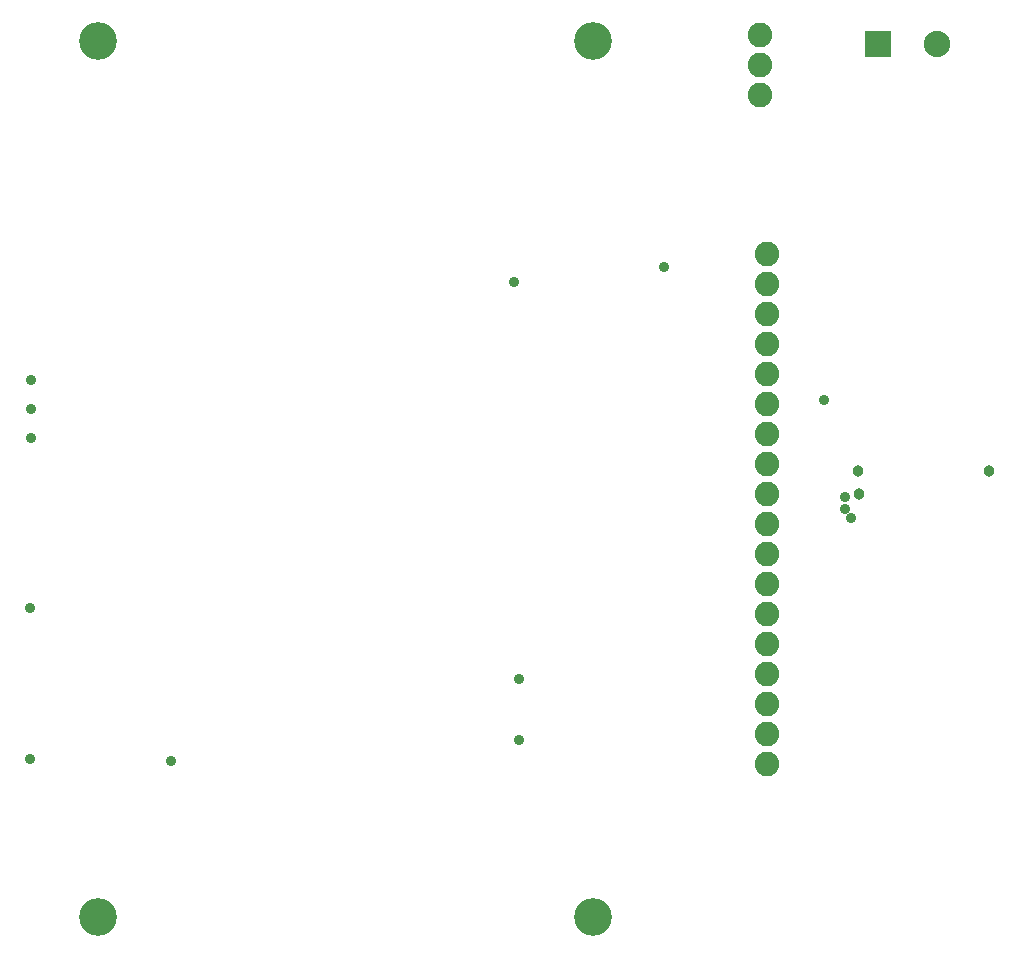
<source format=gbs>
G75*
%MOIN*%
%OFA0B0*%
%FSLAX25Y25*%
%IPPOS*%
%LPD*%
%AMOC8*
5,1,8,0,0,1.08239X$1,22.5*
%
%ADD10C,0.12600*%
%ADD11C,0.08200*%
%ADD12R,0.08800X0.08800*%
%ADD13C,0.08800*%
%ADD14C,0.03800*%
%ADD15C,0.03578*%
D10*
X0076595Y0063933D03*
X0241595Y0063933D03*
X0241595Y0355933D03*
X0076595Y0355933D03*
D11*
X0297095Y0357933D03*
X0297095Y0347933D03*
X0297095Y0337933D03*
X0299595Y0284933D03*
X0299595Y0274933D03*
X0299595Y0264933D03*
X0299595Y0254933D03*
X0299595Y0244933D03*
X0299595Y0234933D03*
X0299595Y0224933D03*
X0299595Y0214933D03*
X0299595Y0204933D03*
X0299595Y0194933D03*
X0299595Y0184933D03*
X0299595Y0174933D03*
X0299595Y0164933D03*
X0299595Y0154933D03*
X0299595Y0144933D03*
X0299595Y0134933D03*
X0299595Y0124933D03*
X0299595Y0114933D03*
D12*
X0336595Y0354933D03*
D13*
X0356280Y0354933D03*
D14*
X0373695Y0212833D03*
X0329995Y0212833D03*
X0330195Y0205033D03*
D15*
X0325595Y0203933D03*
X0325595Y0200147D03*
X0327595Y0196933D03*
X0318595Y0236433D03*
X0215395Y0275533D03*
X0265395Y0280733D03*
X0054195Y0243133D03*
X0054195Y0233333D03*
X0054195Y0223533D03*
X0053795Y0167133D03*
X0053795Y0116733D03*
X0100795Y0116133D03*
X0216795Y0122933D03*
X0216795Y0143333D03*
M02*

</source>
